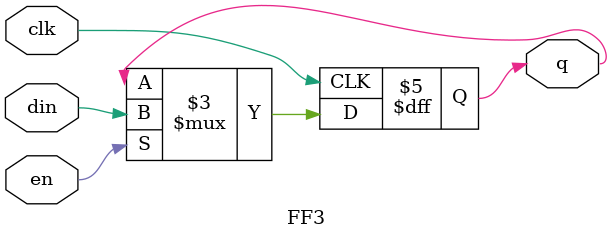
<source format=v>
module FF3(q, din, clk, en);
    output q;
    input din, clk, en;
    reg q = 1'b0;
    always @(negedge clk) begin
        if (en)
            q <= din;
    end
endmodule

</source>
